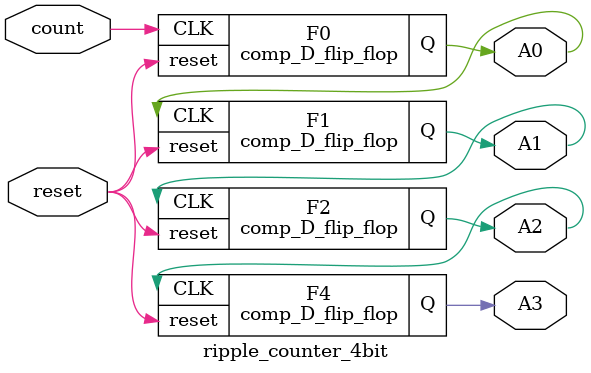
<source format=v>
module comp_D_flip_flop(output reg Q,input CLK, reset);
	always @(negedge CLK, posedge reset)
		if(reset) Q<=1'b0;
		else Q<=  ~Q;
endmodule

module ripple_counter_4bit(A3,A2,A1,A0,count,reset);
	output A3,A2,A1,A0;
	input count, reset;
	
	comp_D_flip_flop F0(A0,count,reset);
	comp_D_flip_flop F1(A1,A0,reset);
	comp_D_flip_flop F2(A2,A1,reset);
	comp_D_flip_flop F4(A3,A2,reset);
endmodule

</source>
